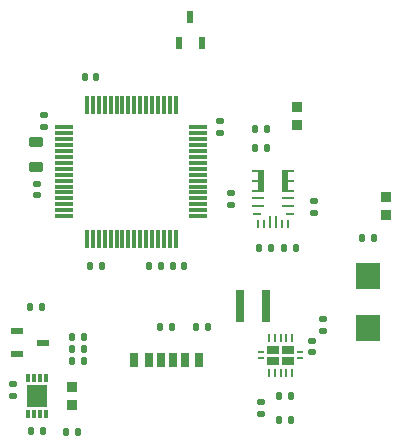
<source format=gbr>
%TF.GenerationSoftware,KiCad,Pcbnew,(7.0.0)*%
%TF.CreationDate,2023-09-18T04:22:57-04:00*%
%TF.ProjectId,Rangefinder,52616e67-6566-4696-9e64-65722e6b6963,rev?*%
%TF.SameCoordinates,Original*%
%TF.FileFunction,Paste,Top*%
%TF.FilePolarity,Positive*%
%FSLAX46Y46*%
G04 Gerber Fmt 4.6, Leading zero omitted, Abs format (unit mm)*
G04 Created by KiCad (PCBNEW (7.0.0)) date 2023-09-18 04:22:57*
%MOMM*%
%LPD*%
G01*
G04 APERTURE LIST*
G04 Aperture macros list*
%AMRoundRect*
0 Rectangle with rounded corners*
0 $1 Rounding radius*
0 $2 $3 $4 $5 $6 $7 $8 $9 X,Y pos of 4 corners*
0 Add a 4 corners polygon primitive as box body*
4,1,4,$2,$3,$4,$5,$6,$7,$8,$9,$2,$3,0*
0 Add four circle primitives for the rounded corners*
1,1,$1+$1,$2,$3*
1,1,$1+$1,$4,$5*
1,1,$1+$1,$6,$7*
1,1,$1+$1,$8,$9*
0 Add four rect primitives between the rounded corners*
20,1,$1+$1,$2,$3,$4,$5,0*
20,1,$1+$1,$4,$5,$6,$7,0*
20,1,$1+$1,$6,$7,$8,$9,0*
20,1,$1+$1,$8,$9,$2,$3,0*%
G04 Aperture macros list end*
%ADD10RoundRect,0.140000X-0.140000X-0.170000X0.140000X-0.170000X0.140000X0.170000X-0.140000X0.170000X0*%
%ADD11R,0.600000X1.050000*%
%ADD12RoundRect,0.135000X-0.135000X-0.185000X0.135000X-0.185000X0.135000X0.185000X-0.135000X0.185000X0*%
%ADD13RoundRect,0.135000X0.185000X-0.135000X0.185000X0.135000X-0.185000X0.135000X-0.185000X-0.135000X0*%
%ADD14RoundRect,0.140000X0.170000X-0.140000X0.170000X0.140000X-0.170000X0.140000X-0.170000X-0.140000X0*%
%ADD15R,0.300000X0.750000*%
%ADD16R,1.750000X1.900000*%
%ADD17RoundRect,0.140000X0.140000X0.170000X-0.140000X0.170000X-0.140000X-0.170000X0.140000X-0.170000X0*%
%ADD18RoundRect,0.135000X0.135000X0.185000X-0.135000X0.185000X-0.135000X-0.185000X0.135000X-0.185000X0*%
%ADD19R,2.150000X2.200000*%
%ADD20RoundRect,0.140000X-0.170000X0.140000X-0.170000X-0.140000X0.170000X-0.140000X0.170000X0.140000X0*%
%ADD21RoundRect,0.075000X-0.700000X-0.075000X0.700000X-0.075000X0.700000X0.075000X-0.700000X0.075000X0*%
%ADD22RoundRect,0.075000X-0.075000X-0.700000X0.075000X-0.700000X0.075000X0.700000X-0.075000X0.700000X0*%
%ADD23R,0.700000X1.200000*%
%ADD24R,0.760000X1.200000*%
%ADD25R,0.800000X1.200000*%
%ADD26R,1.050000X0.600000*%
%ADD27R,0.950000X0.900000*%
%ADD28R,0.800000X2.700000*%
%ADD29R,0.230000X0.230000*%
%ADD30O,0.230000X0.800000*%
%ADD31R,1.050000X0.680000*%
%ADD32R,0.500000X0.260000*%
%ADD33RoundRect,0.218750X-0.381250X0.218750X-0.381250X-0.218750X0.381250X-0.218750X0.381250X0.218750X0*%
%ADD34RoundRect,0.135000X-0.185000X0.135000X-0.185000X-0.135000X0.185000X-0.135000X0.185000X0.135000X0*%
%ADD35R,0.800000X0.250000*%
%ADD36R,1.100000X0.250000*%
%ADD37R,0.500000X0.250000*%
%ADD38R,0.250000X0.700000*%
%ADD39R,0.250000X1.100000*%
%ADD40R,0.600000X1.950000*%
G04 APERTURE END LIST*
D10*
%TO.C,C5*%
X143520000Y-115000000D03*
X144480000Y-115000000D03*
%TD*%
D11*
%TO.C,Q1*%
X151049999Y-96099999D03*
X152949999Y-96099999D03*
X151999999Y-93899999D03*
%TD*%
D12*
%TO.C,R1*%
X149463157Y-120153463D03*
X150483157Y-120153463D03*
%TD*%
D13*
%TO.C,R9*%
X162470505Y-110494308D03*
X162470505Y-109474308D03*
%TD*%
D14*
%TO.C,C2*%
X139595765Y-103170126D03*
X139595765Y-102210126D03*
%TD*%
%TO.C,C3*%
X154508097Y-103685388D03*
X154508097Y-102725388D03*
%TD*%
D15*
%TO.C,IC1*%
X139749999Y-124499999D03*
X139249999Y-124499999D03*
X138749999Y-124499999D03*
X138249999Y-124499999D03*
X138249999Y-127499999D03*
X138749999Y-127499999D03*
X139249999Y-127499999D03*
X139749999Y-127499999D03*
D16*
X138999999Y-125999999D03*
%TD*%
D17*
%TO.C,C9*%
X142960000Y-123000000D03*
X142000000Y-123000000D03*
%TD*%
D12*
%TO.C,R2*%
X152490000Y-120146374D03*
X153510000Y-120146374D03*
%TD*%
D18*
%TO.C,R11*%
X160979636Y-113478667D03*
X159959636Y-113478667D03*
%TD*%
D17*
%TO.C,C10*%
X160490000Y-128000000D03*
X159530000Y-128000000D03*
%TD*%
D19*
%TO.C,D3*%
X166999999Y-115799999D03*
X166999999Y-120199999D03*
%TD*%
D17*
%TO.C,C8*%
X142960000Y-122000000D03*
X142000000Y-122000000D03*
%TD*%
D20*
%TO.C,C12*%
X163250000Y-119500000D03*
X163250000Y-120460000D03*
%TD*%
D21*
%TO.C,STM32F411*%
X141325000Y-103250000D03*
X141325000Y-103750000D03*
X141325000Y-104250000D03*
X141325000Y-104750000D03*
X141325000Y-105250000D03*
X141325000Y-105750000D03*
X141325000Y-106250000D03*
X141325000Y-106750000D03*
X141325000Y-107250000D03*
X141325000Y-107750000D03*
X141325000Y-108250000D03*
X141325000Y-108750000D03*
X141325000Y-109250000D03*
X141325000Y-109750000D03*
X141325000Y-110250000D03*
X141325000Y-110750000D03*
D22*
X143250000Y-112675000D03*
X143750000Y-112675000D03*
X144250000Y-112675000D03*
X144750000Y-112675000D03*
X145250000Y-112675000D03*
X145750000Y-112675000D03*
X146250000Y-112675000D03*
X146750000Y-112675000D03*
X147250000Y-112675000D03*
X147750000Y-112675000D03*
X148250000Y-112675000D03*
X148750000Y-112675000D03*
X149250000Y-112675000D03*
X149750000Y-112675000D03*
X150250000Y-112675000D03*
X150750000Y-112675000D03*
D21*
X152675000Y-110750000D03*
X152675000Y-110250000D03*
X152675000Y-109750000D03*
X152675000Y-109250000D03*
X152675000Y-108750000D03*
X152675000Y-108250000D03*
X152675000Y-107750000D03*
X152675000Y-107250000D03*
X152675000Y-106750000D03*
X152675000Y-106250000D03*
X152675000Y-105750000D03*
X152675000Y-105250000D03*
X152675000Y-104750000D03*
X152675000Y-104250000D03*
X152675000Y-103750000D03*
X152675000Y-103250000D03*
D22*
X150750000Y-101325000D03*
X150250000Y-101325000D03*
X149750000Y-101325000D03*
X149250000Y-101325000D03*
X148750000Y-101325000D03*
X148250000Y-101325000D03*
X147750000Y-101325000D03*
X147250000Y-101325000D03*
X146750000Y-101325000D03*
X146250000Y-101325000D03*
X145750000Y-101325000D03*
X145250000Y-101325000D03*
X144750000Y-101325000D03*
X144250000Y-101325000D03*
X143750000Y-101325000D03*
X143250000Y-101325000D03*
%TD*%
D18*
%TO.C,R8*%
X139443993Y-118438713D03*
X138423993Y-118438713D03*
%TD*%
%TO.C,R13*%
X167510000Y-112632571D03*
X166490000Y-112632571D03*
%TD*%
D17*
%TO.C,C14*%
X158798281Y-113486453D03*
X157838281Y-113486453D03*
%TD*%
D14*
%TO.C,C13*%
X155470107Y-109774687D03*
X155470107Y-108814687D03*
%TD*%
D10*
%TO.C,C6*%
X150520000Y-115000000D03*
X151480000Y-115000000D03*
%TD*%
D12*
%TO.C,R5*%
X142000000Y-121000000D03*
X143020000Y-121000000D03*
%TD*%
D14*
%TO.C,C7*%
X137000000Y-125960000D03*
X137000000Y-125000000D03*
%TD*%
D18*
%TO.C,R10*%
X158510000Y-105000000D03*
X157490000Y-105000000D03*
%TD*%
D20*
%TO.C,C11*%
X162293743Y-121330328D03*
X162293743Y-122290328D03*
%TD*%
D18*
%TO.C,R4*%
X142510000Y-129000000D03*
X141490000Y-129000000D03*
%TD*%
D23*
%TO.C,J1*%
X149499999Y-122919999D03*
D24*
X151519999Y-122919999D03*
D25*
X152749999Y-122919999D03*
D23*
X150499999Y-122919999D03*
D24*
X148479999Y-122919999D03*
D25*
X147249999Y-122919999D03*
%TD*%
D26*
%TO.C,Q2*%
X137287045Y-120515439D03*
X137287045Y-122415439D03*
X139487045Y-121465439D03*
%TD*%
D27*
%TO.C,LED2*%
X160999999Y-102999999D03*
X160999999Y-101499999D03*
%TD*%
D17*
%TO.C,C4*%
X144000000Y-99000000D03*
X143040000Y-99000000D03*
%TD*%
D18*
%TO.C,R3*%
X139527612Y-128982987D03*
X138507612Y-128982987D03*
%TD*%
D28*
%TO.C,L3*%
X156229984Y-118395034D03*
X158429984Y-118395034D03*
%TD*%
D18*
%TO.C,R12*%
X158510000Y-103414193D03*
X157490000Y-103414193D03*
%TD*%
D14*
%TO.C,C1*%
X139000000Y-109000000D03*
X139000000Y-108040000D03*
%TD*%
D29*
%TO.C,U2*%
X160634999Y-120789999D03*
D30*
X160634999Y-121074999D03*
D29*
X160134999Y-120789999D03*
D30*
X160134999Y-121074999D03*
D29*
X159634999Y-120789999D03*
D30*
X159634999Y-121074999D03*
D29*
X159134999Y-120789999D03*
D30*
X159134999Y-121074999D03*
D29*
X158634999Y-120789999D03*
D30*
X158634999Y-121074999D03*
X158634999Y-124024999D03*
D29*
X158634999Y-124309999D03*
D30*
X159134999Y-124024999D03*
D29*
X159134999Y-124309999D03*
D30*
X159634999Y-124024999D03*
D29*
X159634999Y-124309999D03*
D30*
X160134999Y-124024999D03*
D29*
X160134999Y-124309999D03*
D30*
X160634999Y-124024999D03*
D29*
X160634999Y-124309999D03*
D31*
X160269999Y-122099999D03*
X158999999Y-122099999D03*
D32*
X161264999Y-122299999D03*
X158004999Y-122299999D03*
X161264999Y-122799999D03*
X158004999Y-122799999D03*
D31*
X160269999Y-122999999D03*
X158999999Y-122999999D03*
%TD*%
D27*
%TO.C,LED3*%
X168526961Y-109170502D03*
X168526961Y-110670502D03*
%TD*%
D33*
%TO.C,L1*%
X138931486Y-104444504D03*
X138931486Y-106569504D03*
%TD*%
D27*
%TO.C,LED1*%
X141999999Y-126749999D03*
X141999999Y-125249999D03*
%TD*%
D10*
%TO.C,C15*%
X148520000Y-115000000D03*
X149480000Y-115000000D03*
%TD*%
D34*
%TO.C,R7*%
X158000000Y-126490000D03*
X158000000Y-127510000D03*
%TD*%
D35*
%TO.C,IC2*%
X160399999Y-110549999D03*
D36*
X160249999Y-109899999D03*
X160249999Y-109249999D03*
D37*
X160549999Y-108599999D03*
X160549999Y-107749999D03*
X160549999Y-106899999D03*
X157449999Y-106899999D03*
X157449999Y-107749999D03*
X157449999Y-108599999D03*
D36*
X157749999Y-109249999D03*
X157749999Y-109899999D03*
D35*
X157599999Y-110549999D03*
D38*
X157749999Y-111449999D03*
X158249999Y-111449999D03*
D39*
X158749999Y-111249999D03*
X159249999Y-111249999D03*
D38*
X159749999Y-111449999D03*
X160249999Y-111449999D03*
D40*
X159999999Y-107749999D03*
X157999999Y-107749999D03*
%TD*%
D18*
%TO.C,R6*%
X160510000Y-126000000D03*
X159490000Y-126000000D03*
%TD*%
M02*

</source>
